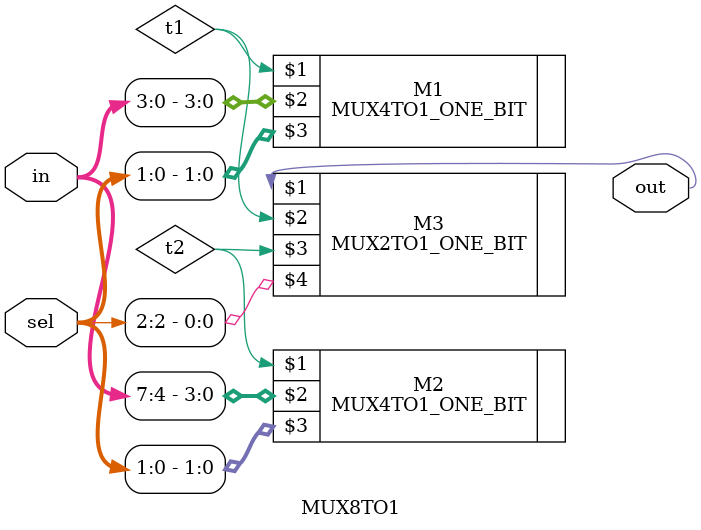
<source format=v>
`timescale 1ns / 1ps


module MUX8TO1(out,in,sel);
    input [7:0] in;
    input [2:0] sel;
    output out;
    
    wire t1,t2;
    
    MUX4TO1_ONE_BIT M1(t1,in[3:0],sel[1:0]);
    MUX4TO1_ONE_BIT M2(t2,in[7:4],sel[1:0]);
    
    MUX2TO1_ONE_BIT M3(out,t1,t2,sel[2]);
endmodule

</source>
